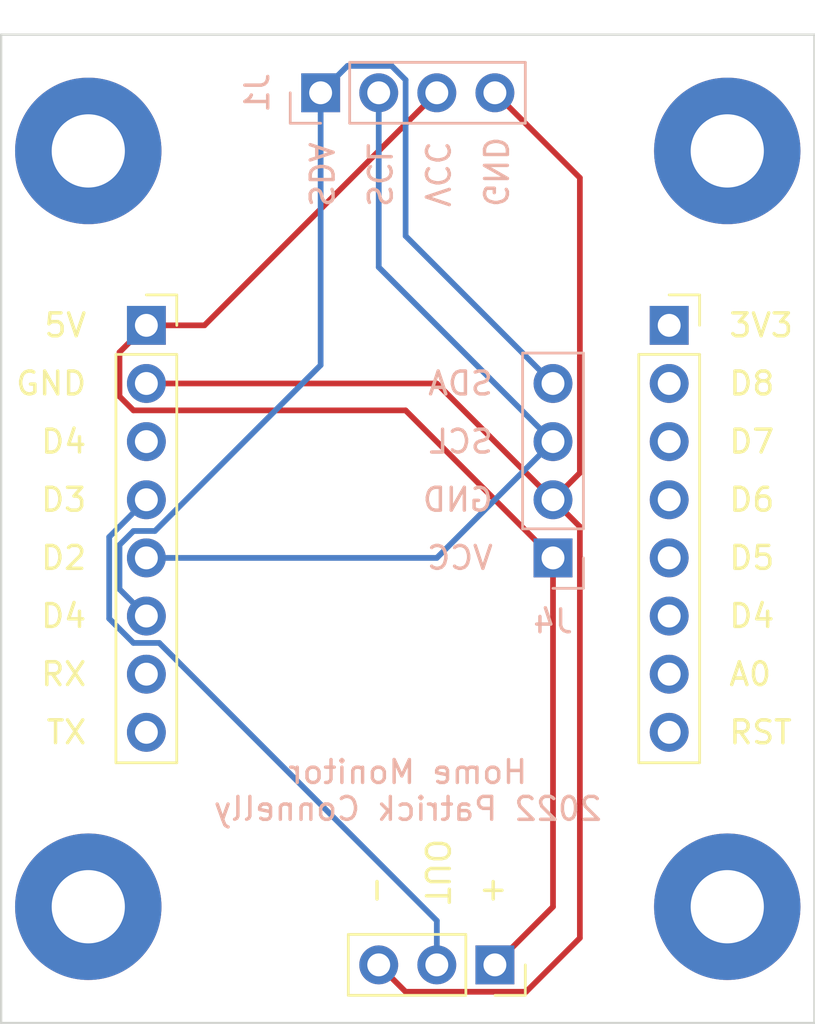
<source format=kicad_pcb>
(kicad_pcb (version 20171130) (host pcbnew 5.1.12-1.fc33)

  (general
    (thickness 1.6)
    (drawings 32)
    (tracks 40)
    (zones 0)
    (modules 9)
    (nets 21)
  )

  (page A4)
  (layers
    (0 F.Cu signal)
    (31 B.Cu signal)
    (32 B.Adhes user)
    (33 F.Adhes user)
    (34 B.Paste user)
    (35 F.Paste user)
    (36 B.SilkS user)
    (37 F.SilkS user)
    (38 B.Mask user)
    (39 F.Mask user)
    (40 Dwgs.User user)
    (41 Cmts.User user)
    (42 Eco1.User user)
    (43 Eco2.User user)
    (44 Edge.Cuts user)
    (45 Margin user)
    (46 B.CrtYd user)
    (47 F.CrtYd user)
    (48 B.Fab user)
    (49 F.Fab user hide)
  )

  (setup
    (last_trace_width 0.25)
    (trace_clearance 0.2)
    (zone_clearance 0.508)
    (zone_45_only no)
    (trace_min 0.2)
    (via_size 0.8)
    (via_drill 0.4)
    (via_min_size 0.4)
    (via_min_drill 0.3)
    (uvia_size 0.3)
    (uvia_drill 0.1)
    (uvias_allowed no)
    (uvia_min_size 0.2)
    (uvia_min_drill 0.1)
    (edge_width 0.05)
    (segment_width 0.2)
    (pcb_text_width 0.3)
    (pcb_text_size 1.5 1.5)
    (mod_edge_width 0.12)
    (mod_text_size 1 1)
    (mod_text_width 0.15)
    (pad_size 1.524 1.524)
    (pad_drill 0.762)
    (pad_to_mask_clearance 0)
    (aux_axis_origin 0 0)
    (visible_elements FFFFFF7F)
    (pcbplotparams
      (layerselection 0x010f3_ffffffff)
      (usegerberextensions true)
      (usegerberattributes false)
      (usegerberadvancedattributes false)
      (creategerberjobfile false)
      (excludeedgelayer true)
      (linewidth 0.100000)
      (plotframeref false)
      (viasonmask false)
      (mode 1)
      (useauxorigin false)
      (hpglpennumber 1)
      (hpglpenspeed 20)
      (hpglpendiameter 15.000000)
      (psnegative false)
      (psa4output false)
      (plotreference true)
      (plotvalue true)
      (plotinvisibletext false)
      (padsonsilk false)
      (subtractmaskfromsilk false)
      (outputformat 1)
      (mirror false)
      (drillshape 0)
      (scaleselection 1)
      (outputdirectory "plots/"))
  )

  (net 0 "")
  (net 1 "Net-(J2-Pad3)")
  (net 2 "Net-(J2-Pad7)")
  (net 3 "Net-(J2-Pad8)")
  (net 4 "Net-(J3-Pad8)")
  (net 5 "Net-(J3-Pad7)")
  (net 6 "Net-(J3-Pad6)")
  (net 7 "Net-(J3-Pad5)")
  (net 8 "Net-(J3-Pad4)")
  (net 9 "Net-(J3-Pad3)")
  (net 10 "Net-(J3-Pad2)")
  (net 11 "Net-(J3-Pad1)")
  (net 12 GND)
  (net 13 "Net-(H1-Pad1)")
  (net 14 "Net-(H2-Pad1)")
  (net 15 "Net-(H3-Pad1)")
  (net 16 "Net-(H4-Pad1)")
  (net 17 D1)
  (net 18 D2)
  (net 19 5V)
  (net 20 D3)

  (net_class Default "This is the default net class."
    (clearance 0.2)
    (trace_width 0.25)
    (via_dia 0.8)
    (via_drill 0.4)
    (uvia_dia 0.3)
    (uvia_drill 0.1)
    (add_net 5V)
    (add_net D1)
    (add_net D2)
    (add_net D3)
    (add_net GND)
    (add_net "Net-(H1-Pad1)")
    (add_net "Net-(H2-Pad1)")
    (add_net "Net-(H3-Pad1)")
    (add_net "Net-(H4-Pad1)")
    (add_net "Net-(J2-Pad3)")
    (add_net "Net-(J2-Pad7)")
    (add_net "Net-(J2-Pad8)")
    (add_net "Net-(J3-Pad1)")
    (add_net "Net-(J3-Pad2)")
    (add_net "Net-(J3-Pad3)")
    (add_net "Net-(J3-Pad4)")
    (add_net "Net-(J3-Pad5)")
    (add_net "Net-(J3-Pad6)")
    (add_net "Net-(J3-Pad7)")
    (add_net "Net-(J3-Pad8)")
  )

  (module Connector_PinSocket_2.54mm:PinSocket_1x04_P2.54mm_Vertical (layer B.Cu) (tedit 5A19A429) (tstamp 619BEDA9)
    (at 68.58 60.96)
    (descr "Through hole straight socket strip, 1x04, 2.54mm pitch, single row (from Kicad 4.0.7), script generated")
    (tags "Through hole socket strip THT 1x04 2.54mm single row")
    (path /61995AF2)
    (fp_text reference J4 (at 0 2.77) (layer B.SilkS)
      (effects (font (size 1 1) (thickness 0.15)) (justify mirror))
    )
    (fp_text value "0.96 OLED" (at 0 -10.39) (layer B.Fab)
      (effects (font (size 1 1) (thickness 0.15)) (justify mirror))
    )
    (fp_line (start -1.27 1.27) (end 0.635 1.27) (layer B.Fab) (width 0.1))
    (fp_line (start 0.635 1.27) (end 1.27 0.635) (layer B.Fab) (width 0.1))
    (fp_line (start 1.27 0.635) (end 1.27 -8.89) (layer B.Fab) (width 0.1))
    (fp_line (start 1.27 -8.89) (end -1.27 -8.89) (layer B.Fab) (width 0.1))
    (fp_line (start -1.27 -8.89) (end -1.27 1.27) (layer B.Fab) (width 0.1))
    (fp_line (start -1.33 -1.27) (end 1.33 -1.27) (layer B.SilkS) (width 0.12))
    (fp_line (start -1.33 -1.27) (end -1.33 -8.95) (layer B.SilkS) (width 0.12))
    (fp_line (start -1.33 -8.95) (end 1.33 -8.95) (layer B.SilkS) (width 0.12))
    (fp_line (start 1.33 -1.27) (end 1.33 -8.95) (layer B.SilkS) (width 0.12))
    (fp_line (start 1.33 1.33) (end 1.33 0) (layer B.SilkS) (width 0.12))
    (fp_line (start 0 1.33) (end 1.33 1.33) (layer B.SilkS) (width 0.12))
    (fp_line (start -1.8 1.8) (end 1.75 1.8) (layer B.CrtYd) (width 0.05))
    (fp_line (start 1.75 1.8) (end 1.75 -9.4) (layer B.CrtYd) (width 0.05))
    (fp_line (start 1.75 -9.4) (end -1.8 -9.4) (layer B.CrtYd) (width 0.05))
    (fp_line (start -1.8 -9.4) (end -1.8 1.8) (layer B.CrtYd) (width 0.05))
    (fp_text user %R (at 0 -3.81 -90) (layer B.Fab)
      (effects (font (size 1 1) (thickness 0.15)) (justify mirror))
    )
    (pad 4 thru_hole oval (at 0 -7.62) (size 1.7 1.7) (drill 1) (layers *.Cu *.Mask)
      (net 17 D1))
    (pad 3 thru_hole oval (at 0 -5.08) (size 1.7 1.7) (drill 1) (layers *.Cu *.Mask)
      (net 18 D2))
    (pad 2 thru_hole oval (at 0 -2.54) (size 1.7 1.7) (drill 1) (layers *.Cu *.Mask)
      (net 12 GND))
    (pad 1 thru_hole rect (at 0 0) (size 1.7 1.7) (drill 1) (layers *.Cu *.Mask)
      (net 19 5V))
    (model ${KISYS3DMOD}/Connector_PinSocket_2.54mm.3dshapes/PinSocket_1x04_P2.54mm_Vertical.wrl
      (at (xyz 0 0 0))
      (scale (xyz 1 1 1))
      (rotate (xyz 0 0 0))
    )
  )

  (module Connector_PinSocket_2.54mm:PinSocket_1x04_P2.54mm_Vertical (layer B.Cu) (tedit 5A19A429) (tstamp 6197F157)
    (at 58.42 40.64 270)
    (descr "Through hole straight socket strip, 1x04, 2.54mm pitch, single row (from Kicad 4.0.7), script generated")
    (tags "Through hole socket strip THT 1x04 2.54mm single row")
    (path /6199572C)
    (fp_text reference J1 (at 0 2.77 90) (layer B.SilkS)
      (effects (font (size 1 1) (thickness 0.15)) (justify mirror))
    )
    (fp_text value "0.91 OLED" (at 0 -10.39 90) (layer B.Fab)
      (effects (font (size 1 1) (thickness 0.15)) (justify mirror))
    )
    (fp_line (start -1.8 -9.4) (end -1.8 1.8) (layer B.CrtYd) (width 0.05))
    (fp_line (start 1.75 -9.4) (end -1.8 -9.4) (layer B.CrtYd) (width 0.05))
    (fp_line (start 1.75 1.8) (end 1.75 -9.4) (layer B.CrtYd) (width 0.05))
    (fp_line (start -1.8 1.8) (end 1.75 1.8) (layer B.CrtYd) (width 0.05))
    (fp_line (start 0 1.33) (end 1.33 1.33) (layer B.SilkS) (width 0.12))
    (fp_line (start 1.33 1.33) (end 1.33 0) (layer B.SilkS) (width 0.12))
    (fp_line (start 1.33 -1.27) (end 1.33 -8.95) (layer B.SilkS) (width 0.12))
    (fp_line (start -1.33 -8.95) (end 1.33 -8.95) (layer B.SilkS) (width 0.12))
    (fp_line (start -1.33 -1.27) (end -1.33 -8.95) (layer B.SilkS) (width 0.12))
    (fp_line (start -1.33 -1.27) (end 1.33 -1.27) (layer B.SilkS) (width 0.12))
    (fp_line (start -1.27 -8.89) (end -1.27 1.27) (layer B.Fab) (width 0.1))
    (fp_line (start 1.27 -8.89) (end -1.27 -8.89) (layer B.Fab) (width 0.1))
    (fp_line (start 1.27 0.635) (end 1.27 -8.89) (layer B.Fab) (width 0.1))
    (fp_line (start 0.635 1.27) (end 1.27 0.635) (layer B.Fab) (width 0.1))
    (fp_line (start -1.27 1.27) (end 0.635 1.27) (layer B.Fab) (width 0.1))
    (fp_text user %R (at 0 -3.81 270) (layer B.Fab)
      (effects (font (size 1 1) (thickness 0.15)) (justify mirror))
    )
    (pad 1 thru_hole rect (at 0 0 270) (size 1.7 1.7) (drill 1) (layers *.Cu *.Mask)
      (net 17 D1))
    (pad 2 thru_hole oval (at 0 -2.54 270) (size 1.7 1.7) (drill 1) (layers *.Cu *.Mask)
      (net 18 D2))
    (pad 3 thru_hole oval (at 0 -5.08 270) (size 1.7 1.7) (drill 1) (layers *.Cu *.Mask)
      (net 19 5V))
    (pad 4 thru_hole oval (at 0 -7.62 270) (size 1.7 1.7) (drill 1) (layers *.Cu *.Mask)
      (net 12 GND))
    (model ${KISYS3DMOD}/Connector_PinSocket_2.54mm.3dshapes/PinSocket_1x04_P2.54mm_Vertical.wrl
      (at (xyz 0 0 0))
      (scale (xyz 1 1 1))
      (rotate (xyz 0 0 0))
    )
  )

  (module Connector_PinSocket_2.54mm:PinSocket_1x08_P2.54mm_Vertical (layer F.Cu) (tedit 5A19A420) (tstamp 6197F173)
    (at 50.8 50.8)
    (descr "Through hole straight socket strip, 1x08, 2.54mm pitch, single row (from Kicad 4.0.7), script generated")
    (tags "Through hole socket strip THT 1x08 2.54mm single row")
    (path /61993EA7)
    (fp_text reference J2 (at 0 -2.77) (layer F.SilkS) hide
      (effects (font (size 1 1) (thickness 0.15)))
    )
    (fp_text value "D1 Mini" (at 0 20.55) (layer F.Fab)
      (effects (font (size 1 1) (thickness 0.15)))
    )
    (fp_line (start -1.8 19.55) (end -1.8 -1.8) (layer F.CrtYd) (width 0.05))
    (fp_line (start 1.75 19.55) (end -1.8 19.55) (layer F.CrtYd) (width 0.05))
    (fp_line (start 1.75 -1.8) (end 1.75 19.55) (layer F.CrtYd) (width 0.05))
    (fp_line (start -1.8 -1.8) (end 1.75 -1.8) (layer F.CrtYd) (width 0.05))
    (fp_line (start 0 -1.33) (end 1.33 -1.33) (layer F.SilkS) (width 0.12))
    (fp_line (start 1.33 -1.33) (end 1.33 0) (layer F.SilkS) (width 0.12))
    (fp_line (start 1.33 1.27) (end 1.33 19.11) (layer F.SilkS) (width 0.12))
    (fp_line (start -1.33 19.11) (end 1.33 19.11) (layer F.SilkS) (width 0.12))
    (fp_line (start -1.33 1.27) (end -1.33 19.11) (layer F.SilkS) (width 0.12))
    (fp_line (start -1.33 1.27) (end 1.33 1.27) (layer F.SilkS) (width 0.12))
    (fp_line (start -1.27 19.05) (end -1.27 -1.27) (layer F.Fab) (width 0.1))
    (fp_line (start 1.27 19.05) (end -1.27 19.05) (layer F.Fab) (width 0.1))
    (fp_line (start 1.27 -0.635) (end 1.27 19.05) (layer F.Fab) (width 0.1))
    (fp_line (start 0.635 -1.27) (end 1.27 -0.635) (layer F.Fab) (width 0.1))
    (fp_line (start -1.27 -1.27) (end 0.635 -1.27) (layer F.Fab) (width 0.1))
    (fp_text user %R (at 0 8.89 90) (layer F.Fab)
      (effects (font (size 1 1) (thickness 0.15)))
    )
    (pad 1 thru_hole rect (at 0 0) (size 1.7 1.7) (drill 1) (layers *.Cu *.Mask)
      (net 19 5V))
    (pad 2 thru_hole oval (at 0 2.54) (size 1.7 1.7) (drill 1) (layers *.Cu *.Mask)
      (net 12 GND))
    (pad 3 thru_hole oval (at 0 5.08) (size 1.7 1.7) (drill 1) (layers *.Cu *.Mask)
      (net 1 "Net-(J2-Pad3)"))
    (pad 4 thru_hole oval (at 0 7.62) (size 1.7 1.7) (drill 1) (layers *.Cu *.Mask)
      (net 20 D3))
    (pad 5 thru_hole oval (at 0 10.16) (size 1.7 1.7) (drill 1) (layers *.Cu *.Mask)
      (net 18 D2))
    (pad 6 thru_hole oval (at 0 12.7) (size 1.7 1.7) (drill 1) (layers *.Cu *.Mask)
      (net 17 D1))
    (pad 7 thru_hole oval (at 0 15.24) (size 1.7 1.7) (drill 1) (layers *.Cu *.Mask)
      (net 2 "Net-(J2-Pad7)"))
    (pad 8 thru_hole oval (at 0 17.78) (size 1.7 1.7) (drill 1) (layers *.Cu *.Mask)
      (net 3 "Net-(J2-Pad8)"))
    (model ${KISYS3DMOD}/Connector_PinSocket_2.54mm.3dshapes/PinSocket_1x08_P2.54mm_Vertical.wrl
      (at (xyz 0 0 0))
      (scale (xyz 1 1 1))
      (rotate (xyz 0 0 0))
    )
  )

  (module Connector_PinSocket_2.54mm:PinSocket_1x08_P2.54mm_Vertical (layer F.Cu) (tedit 5A19A420) (tstamp 6197F18F)
    (at 73.66 50.8)
    (descr "Through hole straight socket strip, 1x08, 2.54mm pitch, single row (from Kicad 4.0.7), script generated")
    (tags "Through hole socket strip THT 1x08 2.54mm single row")
    (path /619943AB)
    (fp_text reference J3 (at 0 -2.77) (layer F.SilkS) hide
      (effects (font (size 1 1) (thickness 0.15)))
    )
    (fp_text value "D1 Mini" (at 0 20.55) (layer F.Fab)
      (effects (font (size 1 1) (thickness 0.15)))
    )
    (fp_line (start -1.27 -1.27) (end 0.635 -1.27) (layer F.Fab) (width 0.1))
    (fp_line (start 0.635 -1.27) (end 1.27 -0.635) (layer F.Fab) (width 0.1))
    (fp_line (start 1.27 -0.635) (end 1.27 19.05) (layer F.Fab) (width 0.1))
    (fp_line (start 1.27 19.05) (end -1.27 19.05) (layer F.Fab) (width 0.1))
    (fp_line (start -1.27 19.05) (end -1.27 -1.27) (layer F.Fab) (width 0.1))
    (fp_line (start -1.33 1.27) (end 1.33 1.27) (layer F.SilkS) (width 0.12))
    (fp_line (start -1.33 1.27) (end -1.33 19.11) (layer F.SilkS) (width 0.12))
    (fp_line (start -1.33 19.11) (end 1.33 19.11) (layer F.SilkS) (width 0.12))
    (fp_line (start 1.33 1.27) (end 1.33 19.11) (layer F.SilkS) (width 0.12))
    (fp_line (start 1.33 -1.33) (end 1.33 0) (layer F.SilkS) (width 0.12))
    (fp_line (start 0 -1.33) (end 1.33 -1.33) (layer F.SilkS) (width 0.12))
    (fp_line (start -1.8 -1.8) (end 1.75 -1.8) (layer F.CrtYd) (width 0.05))
    (fp_line (start 1.75 -1.8) (end 1.75 19.55) (layer F.CrtYd) (width 0.05))
    (fp_line (start 1.75 19.55) (end -1.8 19.55) (layer F.CrtYd) (width 0.05))
    (fp_line (start -1.8 19.55) (end -1.8 -1.8) (layer F.CrtYd) (width 0.05))
    (fp_text user %R (at 0 8.89 90) (layer F.Fab)
      (effects (font (size 1 1) (thickness 0.15)))
    )
    (pad 8 thru_hole oval (at 0 17.78) (size 1.7 1.7) (drill 1) (layers *.Cu *.Mask)
      (net 4 "Net-(J3-Pad8)"))
    (pad 7 thru_hole oval (at 0 15.24) (size 1.7 1.7) (drill 1) (layers *.Cu *.Mask)
      (net 5 "Net-(J3-Pad7)"))
    (pad 6 thru_hole oval (at 0 12.7) (size 1.7 1.7) (drill 1) (layers *.Cu *.Mask)
      (net 6 "Net-(J3-Pad6)"))
    (pad 5 thru_hole oval (at 0 10.16) (size 1.7 1.7) (drill 1) (layers *.Cu *.Mask)
      (net 7 "Net-(J3-Pad5)"))
    (pad 4 thru_hole oval (at 0 7.62) (size 1.7 1.7) (drill 1) (layers *.Cu *.Mask)
      (net 8 "Net-(J3-Pad4)"))
    (pad 3 thru_hole oval (at 0 5.08) (size 1.7 1.7) (drill 1) (layers *.Cu *.Mask)
      (net 9 "Net-(J3-Pad3)"))
    (pad 2 thru_hole oval (at 0 2.54) (size 1.7 1.7) (drill 1) (layers *.Cu *.Mask)
      (net 10 "Net-(J3-Pad2)"))
    (pad 1 thru_hole rect (at 0 0) (size 1.7 1.7) (drill 1) (layers *.Cu *.Mask)
      (net 11 "Net-(J3-Pad1)"))
    (model ${KISYS3DMOD}/Connector_PinSocket_2.54mm.3dshapes/PinSocket_1x08_P2.54mm_Vertical.wrl
      (at (xyz 0 0 0))
      (scale (xyz 1 1 1))
      (rotate (xyz 0 0 0))
    )
  )

  (module MountingHole:MountingHole_3.2mm_M3_Pad (layer F.Cu) (tedit 56D1B4CB) (tstamp 6197F877)
    (at 48.26 76.2)
    (descr "Mounting Hole 3.2mm, M3")
    (tags "mounting hole 3.2mm m3")
    (path /6199AA0F)
    (attr virtual)
    (fp_text reference H1 (at 0 -4.2) (layer F.SilkS) hide
      (effects (font (size 1 1) (thickness 0.15)))
    )
    (fp_text value MountingHole_Pad (at 0 4.2) (layer F.Fab)
      (effects (font (size 1 1) (thickness 0.15)))
    )
    (fp_circle (center 0 0) (end 3.45 0) (layer F.CrtYd) (width 0.05))
    (fp_circle (center 0 0) (end 3.2 0) (layer Cmts.User) (width 0.15))
    (fp_text user %R (at 0.3 0) (layer F.Fab)
      (effects (font (size 1 1) (thickness 0.15)))
    )
    (pad 1 thru_hole circle (at 0 0) (size 6.4 6.4) (drill 3.2) (layers *.Cu *.Mask)
      (net 13 "Net-(H1-Pad1)"))
  )

  (module MountingHole:MountingHole_3.2mm_M3_Pad (layer F.Cu) (tedit 56D1B4CB) (tstamp 6197F87F)
    (at 48.26 43.18)
    (descr "Mounting Hole 3.2mm, M3")
    (tags "mounting hole 3.2mm m3")
    (path /6199E120)
    (attr virtual)
    (fp_text reference H2 (at 0 -4.2) (layer F.SilkS) hide
      (effects (font (size 1 1) (thickness 0.15)))
    )
    (fp_text value MountingHole_Pad (at 0 4.2) (layer F.Fab)
      (effects (font (size 1 1) (thickness 0.15)))
    )
    (fp_circle (center 0 0) (end 3.2 0) (layer Cmts.User) (width 0.15))
    (fp_circle (center 0 0) (end 3.45 0) (layer F.CrtYd) (width 0.05))
    (fp_text user %R (at 0.3 0) (layer F.Fab)
      (effects (font (size 1 1) (thickness 0.15)))
    )
    (pad 1 thru_hole circle (at 0 0) (size 6.4 6.4) (drill 3.2) (layers *.Cu *.Mask)
      (net 14 "Net-(H2-Pad1)"))
  )

  (module MountingHole:MountingHole_3.2mm_M3_Pad (layer F.Cu) (tedit 56D1B4CB) (tstamp 6197F887)
    (at 76.2 43.18)
    (descr "Mounting Hole 3.2mm, M3")
    (tags "mounting hole 3.2mm m3")
    (path /619A0244)
    (attr virtual)
    (fp_text reference H3 (at 0 -4.2) (layer F.SilkS) hide
      (effects (font (size 1 1) (thickness 0.15)))
    )
    (fp_text value MountingHole_Pad (at 0 4.2) (layer F.Fab)
      (effects (font (size 1 1) (thickness 0.15)))
    )
    (fp_circle (center 0 0) (end 3.45 0) (layer F.CrtYd) (width 0.05))
    (fp_circle (center 0 0) (end 3.2 0) (layer Cmts.User) (width 0.15))
    (fp_text user %R (at 0.3 0) (layer F.Fab)
      (effects (font (size 1 1) (thickness 0.15)))
    )
    (pad 1 thru_hole circle (at 0 0) (size 6.4 6.4) (drill 3.2) (layers *.Cu *.Mask)
      (net 15 "Net-(H3-Pad1)"))
  )

  (module MountingHole:MountingHole_3.2mm_M3_Pad (layer F.Cu) (tedit 56D1B4CB) (tstamp 619802C7)
    (at 76.2 76.2)
    (descr "Mounting Hole 3.2mm, M3")
    (tags "mounting hole 3.2mm m3")
    (path /619A2170)
    (attr virtual)
    (fp_text reference H4 (at 0 -4.2) (layer F.SilkS) hide
      (effects (font (size 1 1) (thickness 0.15)))
    )
    (fp_text value MountingHole_Pad (at 0 4.2) (layer F.Fab)
      (effects (font (size 1 1) (thickness 0.15)))
    )
    (fp_circle (center 0 0) (end 3.2 0) (layer Cmts.User) (width 0.15))
    (fp_circle (center 0 0) (end 3.45 0) (layer F.CrtYd) (width 0.05))
    (fp_text user %R (at 0.3 0) (layer F.Fab)
      (effects (font (size 1 1) (thickness 0.15)))
    )
    (pad 1 thru_hole circle (at 0 0) (size 6.4 6.4) (drill 3.2) (layers *.Cu *.Mask)
      (net 16 "Net-(H4-Pad1)"))
  )

  (module Connector_PinSocket_2.54mm:PinSocket_1x03_P2.54mm_Vertical (layer F.Cu) (tedit 5A19A429) (tstamp 6197F9B5)
    (at 66.04 78.74 270)
    (descr "Through hole straight socket strip, 1x03, 2.54mm pitch, single row (from Kicad 4.0.7), script generated")
    (tags "Through hole socket strip THT 1x03 2.54mm single row")
    (path /619B8627)
    (fp_text reference J5 (at 0 -2.77 90) (layer F.SilkS) hide
      (effects (font (size 1 1) (thickness 0.15)))
    )
    (fp_text value DHT11 (at 0 7.85 90) (layer F.Fab)
      (effects (font (size 1 1) (thickness 0.15)))
    )
    (fp_line (start -1.8 6.85) (end -1.8 -1.8) (layer F.CrtYd) (width 0.05))
    (fp_line (start 1.75 6.85) (end -1.8 6.85) (layer F.CrtYd) (width 0.05))
    (fp_line (start 1.75 -1.8) (end 1.75 6.85) (layer F.CrtYd) (width 0.05))
    (fp_line (start -1.8 -1.8) (end 1.75 -1.8) (layer F.CrtYd) (width 0.05))
    (fp_line (start 0 -1.33) (end 1.33 -1.33) (layer F.SilkS) (width 0.12))
    (fp_line (start 1.33 -1.33) (end 1.33 0) (layer F.SilkS) (width 0.12))
    (fp_line (start 1.33 1.27) (end 1.33 6.41) (layer F.SilkS) (width 0.12))
    (fp_line (start -1.33 6.41) (end 1.33 6.41) (layer F.SilkS) (width 0.12))
    (fp_line (start -1.33 1.27) (end -1.33 6.41) (layer F.SilkS) (width 0.12))
    (fp_line (start -1.33 1.27) (end 1.33 1.27) (layer F.SilkS) (width 0.12))
    (fp_line (start -1.27 6.35) (end -1.27 -1.27) (layer F.Fab) (width 0.1))
    (fp_line (start 1.27 6.35) (end -1.27 6.35) (layer F.Fab) (width 0.1))
    (fp_line (start 1.27 -0.635) (end 1.27 6.35) (layer F.Fab) (width 0.1))
    (fp_line (start 0.635 -1.27) (end 1.27 -0.635) (layer F.Fab) (width 0.1))
    (fp_line (start -1.27 -1.27) (end 0.635 -1.27) (layer F.Fab) (width 0.1))
    (fp_text user %R (at 0 2.54) (layer F.Fab)
      (effects (font (size 1 1) (thickness 0.15)))
    )
    (pad 1 thru_hole rect (at 0 0 270) (size 1.7 1.7) (drill 1) (layers *.Cu *.Mask)
      (net 19 5V))
    (pad 2 thru_hole oval (at 0 2.54 270) (size 1.7 1.7) (drill 1) (layers *.Cu *.Mask)
      (net 20 D3))
    (pad 3 thru_hole oval (at 0 5.08 270) (size 1.7 1.7) (drill 1) (layers *.Cu *.Mask)
      (net 12 GND))
    (model ${KISYS3DMOD}/Connector_PinSocket_2.54mm.3dshapes/PinSocket_1x03_P2.54mm_Vertical.wrl
      (at (xyz 0 0 0))
      (scale (xyz 1 1 1))
      (rotate (xyz 0 0 0))
    )
  )

  (gr_text "Home Monitor\n2022 Patrick Connelly" (at 62.23 71.12) (layer B.SilkS)
    (effects (font (size 1 1) (thickness 0.15)) (justify mirror))
  )
  (gr_line (start 80.01 38.1) (end 80.01 81.28) (layer Edge.Cuts) (width 0.1))
  (gr_line (start 44.45 38.1) (end 80.01 38.1) (layer Edge.Cuts) (width 0.1))
  (gr_line (start 44.45 81.28) (end 44.45 38.1) (layer Edge.Cuts) (width 0.1))
  (gr_line (start 80.01 81.28) (end 44.45 81.28) (layer Edge.Cuts) (width 0.1))
  (gr_text - (at 60.96 76.2 -90) (layer F.SilkS)
    (effects (font (size 1 1) (thickness 0.15)) (justify right))
  )
  (gr_text OUT (at 63.5 76.2 -90) (layer F.SilkS)
    (effects (font (size 1 1) (thickness 0.15)) (justify right))
  )
  (gr_text + (at 66.04 76.2 -90) (layer F.SilkS)
    (effects (font (size 1 1) (thickness 0.15)) (justify right))
  )
  (gr_text VCC (at 66.04 60.96) (layer B.SilkS)
    (effects (font (size 1 1) (thickness 0.15)) (justify left mirror))
  )
  (gr_text GND (at 66.04 58.42) (layer B.SilkS)
    (effects (font (size 1 1) (thickness 0.15)) (justify left mirror))
  )
  (gr_text SCL (at 66.04 55.88) (layer B.SilkS)
    (effects (font (size 1 1) (thickness 0.15)) (justify left mirror))
  )
  (gr_text SDA (at 66.04 53.34) (layer B.SilkS)
    (effects (font (size 1 1) (thickness 0.15)) (justify left mirror))
  )
  (gr_text GND (at 66.04 45.72 270) (layer B.SilkS)
    (effects (font (size 1 1) (thickness 0.15)) (justify left mirror))
  )
  (gr_text VCC (at 63.5 45.72 -90) (layer B.SilkS)
    (effects (font (size 1 1) (thickness 0.15)) (justify left mirror))
  )
  (gr_text SCL (at 60.96 45.72 270) (layer B.SilkS)
    (effects (font (size 1 1) (thickness 0.15)) (justify left mirror))
  )
  (gr_text SDA (at 58.42 45.72 -90) (layer B.SilkS)
    (effects (font (size 1 1) (thickness 0.15)) (justify left mirror))
  )
  (gr_text RST (at 76.2 68.58) (layer F.SilkS)
    (effects (font (size 1 1) (thickness 0.15)) (justify left))
  )
  (gr_text A0 (at 76.2 66.04) (layer F.SilkS)
    (effects (font (size 1 1) (thickness 0.15)) (justify left))
  )
  (gr_text D4 (at 76.2 63.5) (layer F.SilkS)
    (effects (font (size 1 1) (thickness 0.15)) (justify left))
  )
  (gr_text D5 (at 76.2 60.96) (layer F.SilkS)
    (effects (font (size 1 1) (thickness 0.15)) (justify left))
  )
  (gr_text D6 (at 76.2 58.42) (layer F.SilkS)
    (effects (font (size 1 1) (thickness 0.15)) (justify left))
  )
  (gr_text D7 (at 76.2 55.88) (layer F.SilkS)
    (effects (font (size 1 1) (thickness 0.15)) (justify left))
  )
  (gr_text D8 (at 76.2 53.34) (layer F.SilkS)
    (effects (font (size 1 1) (thickness 0.15)) (justify left))
  )
  (gr_text 3V3 (at 76.2 50.8) (layer F.SilkS)
    (effects (font (size 1 1) (thickness 0.15)) (justify left))
  )
  (gr_text TX (at 48.26 68.58) (layer F.SilkS)
    (effects (font (size 1 1) (thickness 0.15)) (justify right))
  )
  (gr_text RX (at 48.26 66.04) (layer F.SilkS)
    (effects (font (size 1 1) (thickness 0.15)) (justify right))
  )
  (gr_text D4 (at 48.26 63.5) (layer F.SilkS)
    (effects (font (size 1 1) (thickness 0.15)) (justify right))
  )
  (gr_text D2 (at 48.26 60.96) (layer F.SilkS)
    (effects (font (size 1 1) (thickness 0.15)) (justify right))
  )
  (gr_text D3 (at 48.26 58.42) (layer F.SilkS)
    (effects (font (size 1 1) (thickness 0.15)) (justify right))
  )
  (gr_text D4 (at 48.26 55.88) (layer F.SilkS)
    (effects (font (size 1 1) (thickness 0.15)) (justify right))
  )
  (gr_text GND (at 48.26 53.34) (layer F.SilkS)
    (effects (font (size 1 1) (thickness 0.15)) (justify right))
  )
  (gr_text 5V (at 48.26 50.8) (layer F.SilkS)
    (effects (font (size 1 1) (thickness 0.15)) (justify right))
  )

  (segment (start 63.5 53.34) (end 68.58 58.42) (width 0.25) (layer F.Cu) (net 12))
  (segment (start 50.8 53.34) (end 63.5 53.34) (width 0.25) (layer F.Cu) (net 12))
  (segment (start 69.755001 44.355001) (end 66.04 40.64) (width 0.25) (layer F.Cu) (net 12))
  (segment (start 69.755001 57.244999) (end 69.755001 44.355001) (width 0.25) (layer F.Cu) (net 12))
  (segment (start 68.58 58.42) (end 69.755001 57.244999) (width 0.25) (layer F.Cu) (net 12))
  (segment (start 62.135001 79.915001) (end 60.96 78.74) (width 0.25) (layer F.Cu) (net 12))
  (segment (start 69.755001 59.595001) (end 69.755001 77.564999) (width 0.25) (layer F.Cu) (net 12))
  (segment (start 67.404999 79.915001) (end 62.135001 79.915001) (width 0.25) (layer F.Cu) (net 12))
  (segment (start 69.755001 77.564999) (end 67.404999 79.915001) (width 0.25) (layer F.Cu) (net 12))
  (segment (start 68.58 58.42) (end 69.755001 59.595001) (width 0.25) (layer F.Cu) (net 12))
  (segment (start 50.235999 59.784999) (end 51.174003 59.784999) (width 0.25) (layer B.Cu) (net 17))
  (segment (start 51.174003 59.784999) (end 58.42 52.539002) (width 0.25) (layer B.Cu) (net 17))
  (segment (start 49.624999 60.395999) (end 50.235999 59.784999) (width 0.25) (layer B.Cu) (net 17))
  (segment (start 49.624999 62.324999) (end 49.624999 60.395999) (width 0.25) (layer B.Cu) (net 17))
  (segment (start 58.42 52.539002) (end 58.42 40.64) (width 0.25) (layer B.Cu) (net 17))
  (segment (start 50.8 63.5) (end 49.624999 62.324999) (width 0.25) (layer B.Cu) (net 17))
  (segment (start 62.135001 46.895001) (end 68.58 53.34) (width 0.25) (layer B.Cu) (net 17))
  (segment (start 62.135001 40.075999) (end 62.135001 46.895001) (width 0.25) (layer B.Cu) (net 17))
  (segment (start 61.524001 39.464999) (end 62.135001 40.075999) (width 0.25) (layer B.Cu) (net 17))
  (segment (start 59.595001 39.464999) (end 61.524001 39.464999) (width 0.25) (layer B.Cu) (net 17))
  (segment (start 58.42 40.64) (end 59.595001 39.464999) (width 0.25) (layer B.Cu) (net 17))
  (segment (start 63.5 60.96) (end 68.58 55.88) (width 0.25) (layer B.Cu) (net 18))
  (segment (start 50.8 60.96) (end 63.5 60.96) (width 0.25) (layer B.Cu) (net 18))
  (segment (start 60.96 48.26) (end 60.96 40.64) (width 0.25) (layer B.Cu) (net 18))
  (segment (start 68.58 55.88) (end 60.96 48.26) (width 0.25) (layer B.Cu) (net 18))
  (segment (start 53.34 50.8) (end 63.5 40.64) (width 0.25) (layer F.Cu) (net 19))
  (segment (start 50.8 50.8) (end 53.34 50.8) (width 0.25) (layer F.Cu) (net 19))
  (segment (start 50.235999 54.515001) (end 62.135001 54.515001) (width 0.25) (layer F.Cu) (net 19))
  (segment (start 49.624999 53.904001) (end 50.235999 54.515001) (width 0.25) (layer F.Cu) (net 19))
  (segment (start 49.624999 51.975001) (end 49.624999 53.904001) (width 0.25) (layer F.Cu) (net 19))
  (segment (start 62.135001 54.515001) (end 68.58 60.96) (width 0.25) (layer F.Cu) (net 19))
  (segment (start 50.8 50.8) (end 49.624999 51.975001) (width 0.25) (layer F.Cu) (net 19))
  (segment (start 68.58 76.2) (end 66.04 78.74) (width 0.25) (layer F.Cu) (net 19))
  (segment (start 68.58 60.96) (end 68.58 76.2) (width 0.25) (layer F.Cu) (net 19))
  (segment (start 49.17499 60.04501) (end 50.8 58.42) (width 0.25) (layer B.Cu) (net 20))
  (segment (start 49.17499 63.613992) (end 49.17499 60.04501) (width 0.25) (layer B.Cu) (net 20))
  (segment (start 50.235999 64.675001) (end 49.17499 63.613992) (width 0.25) (layer B.Cu) (net 20))
  (segment (start 51.364001 64.675001) (end 50.235999 64.675001) (width 0.25) (layer B.Cu) (net 20))
  (segment (start 63.5 76.811) (end 51.364001 64.675001) (width 0.25) (layer B.Cu) (net 20))
  (segment (start 63.5 78.74) (end 63.5 76.811) (width 0.25) (layer B.Cu) (net 20))

)

</source>
